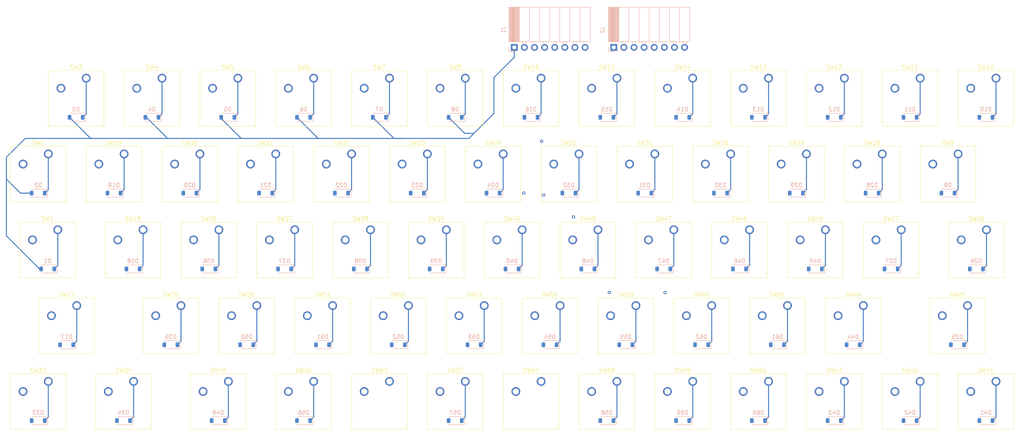
<source format=kicad_pcb>
(kicad_pcb (version 20221018) (generator pcbnew)

  (general
    (thickness 1.6)
  )

  (paper "A3")
  (layers
    (0 "F.Cu" signal)
    (31 "B.Cu" signal)
    (32 "B.Adhes" user "B.Adhesive")
    (33 "F.Adhes" user "F.Adhesive")
    (34 "B.Paste" user)
    (35 "F.Paste" user)
    (36 "B.SilkS" user "B.Silkscreen")
    (37 "F.SilkS" user "F.Silkscreen")
    (38 "B.Mask" user)
    (39 "F.Mask" user)
    (40 "Dwgs.User" user "User.Drawings")
    (41 "Cmts.User" user "User.Comments")
    (42 "Eco1.User" user "User.Eco1")
    (43 "Eco2.User" user "User.Eco2")
    (44 "Edge.Cuts" user)
    (45 "Margin" user)
    (46 "B.CrtYd" user "B.Courtyard")
    (47 "F.CrtYd" user "F.Courtyard")
    (48 "B.Fab" user)
    (49 "F.Fab" user)
    (50 "User.1" user)
    (51 "User.2" user)
    (52 "User.3" user)
    (53 "User.4" user)
    (54 "User.5" user)
    (55 "User.6" user)
    (56 "User.7" user)
    (57 "User.8" user)
    (58 "User.9" user)
  )

  (setup
    (pad_to_mask_clearance 0)
    (pcbplotparams
      (layerselection 0x00010fc_ffffffff)
      (plot_on_all_layers_selection 0x0000000_00000000)
      (disableapertmacros false)
      (usegerberextensions false)
      (usegerberattributes true)
      (usegerberadvancedattributes true)
      (creategerberjobfile true)
      (dashed_line_dash_ratio 12.000000)
      (dashed_line_gap_ratio 3.000000)
      (svgprecision 4)
      (plotframeref false)
      (viasonmask false)
      (mode 1)
      (useauxorigin false)
      (hpglpennumber 1)
      (hpglpenspeed 20)
      (hpglpendiameter 15.000000)
      (dxfpolygonmode true)
      (dxfimperialunits true)
      (dxfusepcbnewfont true)
      (psnegative false)
      (psa4output false)
      (plotreference true)
      (plotvalue true)
      (plotinvisibletext false)
      (sketchpadsonfab false)
      (subtractmaskfromsilk false)
      (outputformat 1)
      (mirror false)
      (drillshape 1)
      (scaleselection 1)
      (outputdirectory "")
    )
  )

  (net 0 "")
  (net 1 "Net-(D1-K)")
  (net 2 "Net-(D1-A)")
  (net 3 "Net-(D2-K)")
  (net 4 "Net-(D3-K)")
  (net 5 "Net-(D4-K)")
  (net 6 "Net-(D5-K)")
  (net 7 "Net-(D6-K)")
  (net 8 "Net-(D7-K)")
  (net 9 "Net-(D8-K)")
  (net 10 "Net-(D9-K)")
  (net 11 "Net-(D10-A)")
  (net 12 "Net-(D10-K)")
  (net 13 "Net-(D11-K)")
  (net 14 "Net-(D12-K)")
  (net 15 "Net-(D13-K)")
  (net 16 "Net-(D14-K)")
  (net 17 "Net-(D15-K)")
  (net 18 "Net-(D16-K)")
  (net 19 "Net-(D17-K)")
  (net 20 "Net-(D17-A)")
  (net 21 "Net-(D18-K)")
  (net 22 "Net-(D19-K)")
  (net 23 "Net-(D20-K)")
  (net 24 "Net-(D21-K)")
  (net 25 "Net-(D22-K)")
  (net 26 "Net-(D23-K)")
  (net 27 "Net-(D24-K)")
  (net 28 "Net-(D25-K)")
  (net 29 "Net-(D25-A)")
  (net 30 "Net-(D26-K)")
  (net 31 "Net-(D27-K)")
  (net 32 "Net-(D28-K)")
  (net 33 "Net-(D29-K)")
  (net 34 "Net-(D30-K)")
  (net 35 "Net-(D31-K)")
  (net 36 "Net-(D32-K)")
  (net 37 "Net-(D33-K)")
  (net 38 "Net-(D33-A)")
  (net 39 "Net-(D34-K)")
  (net 40 "Net-(D35-K)")
  (net 41 "Net-(D36-K)")
  (net 42 "Net-(D37-K)")
  (net 43 "Net-(D38-K)")
  (net 44 "Net-(D39-K)")
  (net 45 "Net-(D40-K)")
  (net 46 "Net-(D41-K)")
  (net 47 "Net-(D41-A)")
  (net 48 "Net-(D42-K)")
  (net 49 "Net-(D43-K)")
  (net 50 "Net-(D44-K)")
  (net 51 "Net-(D45-K)")
  (net 52 "Net-(D46-K)")
  (net 53 "Net-(D47-K)")
  (net 54 "Net-(D48-K)")
  (net 55 "Net-(D49-K)")
  (net 56 "Net-(D49-A)")
  (net 57 "Net-(D50-K)")
  (net 58 "Net-(D51-K)")
  (net 59 "Net-(D52-K)")
  (net 60 "Net-(D53-K)")
  (net 61 "Net-(D54-K)")
  (net 62 "Net-(D55-K)")
  (net 63 "Net-(D56-K)")
  (net 64 "Net-(D56-A)")
  (net 65 "Net-(D57-K)")
  (net 66 "Net-(D58-K)")
  (net 67 "Net-(D59-K)")
  (net 68 "Net-(D60-K)")
  (net 69 "Net-(D61-K)")
  (net 70 "Net-(D62-K)")
  (net 71 "Net-(J2-Pin_1)")
  (net 72 "Net-(J2-Pin_2)")
  (net 73 "Net-(J2-Pin_3)")
  (net 74 "Net-(J2-Pin_4)")
  (net 75 "Net-(J2-Pin_5)")
  (net 76 "Net-(J2-Pin_6)")
  (net 77 "Net-(J2-Pin_7)")
  (net 78 "Net-(J2-Pin_8)")
  (net 79 "unconnected-(SW63-Pad1)")
  (net 80 "unconnected-(SW63-Pad2)")
  (net 81 "unconnected-(SW64-Pad1)")
  (net 82 "unconnected-(SW64-Pad2)")

  (footprint "Button_Switch_Keyboard:SW_Cherry_MX_1.00u_PCB" (layer "F.Cu") (at 205.26375 197.32625))

  (footprint "Button_Switch_Keyboard:SW_Cherry_MX_1.25u_PCB" (layer "F.Cu") (at 140.97 197.32625))

  (footprint "Button_Switch_Keyboard:SW_Cherry_MX_1.00u_PCB" (layer "F.Cu") (at 333.85125 159.22625))

  (footprint "Button_Switch_Keyboard:SW_Cherry_MX_1.75u_PCB" (layer "F.Cu") (at 350.52 178.27625))

  (footprint "Button_Switch_Keyboard:SW_Cherry_MX_1.00u_PCB" (layer "F.Cu") (at 243.36375 197.32625))

  (footprint "Button_Switch_Keyboard:SW_Cherry_MX_1.00u_PCB" (layer "F.Cu") (at 229.07625 178.27625))

  (footprint "Button_Switch_Keyboard:SW_Cherry_MX_1.00u_PCB" (layer "F.Cu") (at 214.78875 140.17625))

  (footprint "Button_Switch_Keyboard:SW_Cherry_MX_1.00u_PCB" (layer "F.Cu") (at 157.63875 140.17625))

  (footprint "Button_Switch_Keyboard:SW_Cherry_MX_1.00u_PCB" (layer "F.Cu") (at 167.16375 121.12625))

  (footprint "Button_Switch_Keyboard:SW_Cherry_MX_1.00u_PCB" (layer "F.Cu") (at 276.70125 159.22625))

  (footprint "Button_Switch_Keyboard:SW_Cherry_MX_1.00u_PCB" (layer "F.Cu") (at 286.22625 178.27625))

  (footprint "Button_Switch_Keyboard:SW_Cherry_MX_1.00u_PCB" (layer "F.Cu") (at 262.41375 197.32625))

  (footprint "Button_Switch_Keyboard:SW_Cherry_MX_1.00u_PCB" (layer "F.Cu") (at 252.88875 140.17625))

  (footprint "Button_Switch_Keyboard:SW_Cherry_MX_1.75u_PCB" (layer "F.Cu") (at 126.6825 178.27625))

  (footprint "Button_Switch_Keyboard:SW_Cherry_MX_1.00u_PCB" (layer "F.Cu") (at 248.12625 178.27625))

  (footprint "Button_Switch_Keyboard:SW_Cherry_MX_1.00u_PCB" (layer "F.Cu") (at 181.45125 159.22625))

  (footprint "Button_Switch_Keyboard:SW_Cherry_MX_1.25u_PCB" (layer "F.Cu") (at 355.2825 159.22625))

  (footprint "Button_Switch_Keyboard:SW_Cherry_MX_1.00u_PCB" (layer "F.Cu") (at 310.03875 140.17625))

  (footprint "Button_Switch_Keyboard:SW_Cherry_MX_1.00u_PCB" (layer "F.Cu") (at 233.83875 140.17625))

  (footprint "Button_Switch_Keyboard:SW_Cherry_MX_1.00u_PCB" (layer "F.Cu") (at 324.32625 178.27625))

  (footprint "Button_Switch_Keyboard:SW_Cherry_MX_1.00u_PCB" (layer "F.Cu") (at 143.35125 159.22625))

  (footprint "Button_Switch_Keyboard:SW_Cherry_MX_1.00u_PCB" (layer "F.Cu") (at 238.60125 159.22625))

  (footprint "Button_Switch_Keyboard:SW_Cherry_MX_1.00u_PCB" (layer "F.Cu") (at 210.02625 178.27625))

  (footprint "Button_Switch_Keyboard:SW_Cherry_MX_1.00u_PCB" (layer "F.Cu") (at 171.92625 178.27625))

  (footprint "Button_Switch_Keyboard:SW_Cherry_MX_1.00u_PCB" (layer "F.Cu") (at 319.56375 121.12625))

  (footprint "Button_Switch_Keyboard:SW_Cherry_MX_1.00u_PCB" (layer "F.Cu") (at 186.21375 121.12625))

  (footprint "Button_Switch_Keyboard:SW_Cherry_MX_1.00u_PCB" (layer "F.Cu") (at 357.66375 197.32625))

  (footprint "Button_Switch_Keyboard:SW_Cherry_MX_1.00u_PCB" (layer "F.Cu") (at 224.31375 121.12625))

  (footprint "Button_Switch_Keyboard:SW_Cherry_MX_1.00u_PCB" (layer "F.Cu") (at 205.26375 121.12625))

  (footprint "Button_Switch_Keyboard:SW_Cherry_MX_1.00u_PCB" (layer "F.Cu") (at 119.53875 140.17625))

  (footprint "Button_Switch_Keyboard:SW_Cherry_MX_1.00u_PCB" (layer "F.Cu") (at 267.17625 178.27625))

  (footprint "Button_Switch_Keyboard:SW_Cherry_MX_1.00u_PCB" (layer "F.Cu") (at 290.98875 140.17625))

  (footprint "Button_Switch_Keyboard:SW_Cherry_MX_1.00u_PCB" (layer "F.Cu") (at 129.06375 121.12625))

  (footprint "Button_Switch_Keyboard:SW_Cherry_MX_1.00u_PCB" (layer "F.Cu") (at 319.56375 197.32625))

  (footprint "Button_Switch_Keyboard:SW_Cherry_MX_1.00u_PCB" (layer "F.Cu") (at 300.51375 197.32625))

  (footprint "Button_Switch_Keyboard:SW_Cherry_MX_1.00u_PCB" (layer "F.Cu") (at 271.93875 140.17625))

  (footprint "Button_Switch_Keyboard:SW_Cherry_MX_1.00u_PCB" (layer "F.Cu") (at 314.80125 159.22625))

  (footprint "Button_Switch_Keyboard:SW_Cherry_MX_1.00u_PCB" (layer "F.Cu") (at 348.13875 140.17625))

  (footprint "Button_Switch_Keyboard:SW_Cherry_MX_1.00u_PCB" (layer "F.Cu") (at 257.65125 159.22625))

  (footprint "Button_Switch_Keyboard:SW_Cherry_MX_1.00u_PCB" (layer "F.Cu") (at 300.51375 121.12625))

  (footprint "Button_Switch_Keyboard:SW_Cherry_MX_1.00u_PCB" (layer "F.Cu") (at 186.21375 197.32625))

  (footprint "Button_Switch_Keyboard:SW_Cherry_MX_1.25u_PCB" (layer "F.Cu")
    (tstamp a18bf5f9-e788-40ba-a91b-8b2efda1b6be)
    (at 121.92 159.22625)
    (descr "Cherry MX keyswitch, 1.25u, PCB mount, http://cherryamericas.com/wp-content/uploads/2014/12/mx_cat.pdf")
    (tags "Cherry MX keyswitch 1.25u PCB")
    (property "Sheetfile" "xantronix-z32.kicad_sch")
    (property "Sheetname" "")
    (property "ki_description" "Push button switch, generic, two pins")
    (property "ki_keywords" "switch normally-open pushbutton push-button")
    (path "/e76b9ee1-537d-4bb2-9fff-78ac2d601e07")
    (attr through_hole)
    (fp_text reference "SW1" (at -2.54 -2.794) (layer "F.SilkS")
        (effects (font (size 1 1) (thickness 0.15)))
      (tstamp 988b5319-14e2-4359-ac6a-47497a8c684a)
    )
    (fp_text value "SW_Push" (at -2.54 12.954) (layer "F.Fab")
        (effects (font (size 1 1) (thickness 0.15)))
      (tstamp c92f2bee-9db2-41b7-b81e-c0d25e6d89fc)
    )
    (fp_text user "${REFERENCE}" (at -2.54 -2.794) (layer "F.Fab")
        (effects (font (size 1 1) (thickness 0.15)))
      (tstamp 96fcb291-c433-4814-a3cf-a51eefbe09fd)
    )
    (fp_line (start -9.525 -1.905) (end 4.445 -1.905)
      (stroke (width 0.12) (type solid)) (layer "F.SilkS") (tstamp ea20c24e-61ef-41f6-88e3-7b6c070ddc32))
    (fp_line (start -9.525 12.065) (end -9.525 -1.905)
      (stroke (width 0.12) (type solid)) (layer "F.SilkS") (tstamp 5fa4a84d-75ae-4d2d-ad9e-48ce7698578c))
    (fp_line (start 4.445 -1.905) (end 4.445 12.065)
      (stroke (width 0.12) (type solid)) (layer "F.SilkS") (tstamp 66253bf2-e5b4-427d-8b4a-3b8b468bbcec))
    (fp_line (start 4.445 12.065) (end -9.525 12.065)
      (stroke (width 0.12) (type solid)) (layer "F.SilkS") (tstamp 9312d933-0465-43c2-a620-93c215eef9e7))
    (fp_line (start -14.44625 -4.445) (end 9.36625 -4.445)
      (stroke (width 0.15) (type solid)) (layer "Dwgs.User") (tstamp 7d01491d-09be-4a67-bcf0-116981247fee))
    (fp_line (start -14.44625 14.605) (end -14.44625 -4.445)
      (stroke (width 0.15) (type solid)) (layer "Dwgs.User") (tstamp e12cde89-d355-4d0b-9b41-59df053b810f))
    (fp_line (start 9.36625 -4.445) (end 9.36625 14.605)
      (stroke (width 0.15) (type solid)) (layer "Dwgs.User") (tstamp fff3cb0e-84d3-452d-b8d2-cb9899878e97))
    (fp_line (start 9.36625 14.605) (end -14.44625 14.605)
      (stroke (width 0.15) (type solid)) (layer "Dwgs.User") (tstamp 83232cba-482f-4edd
... [432871 chars truncated]
</source>
